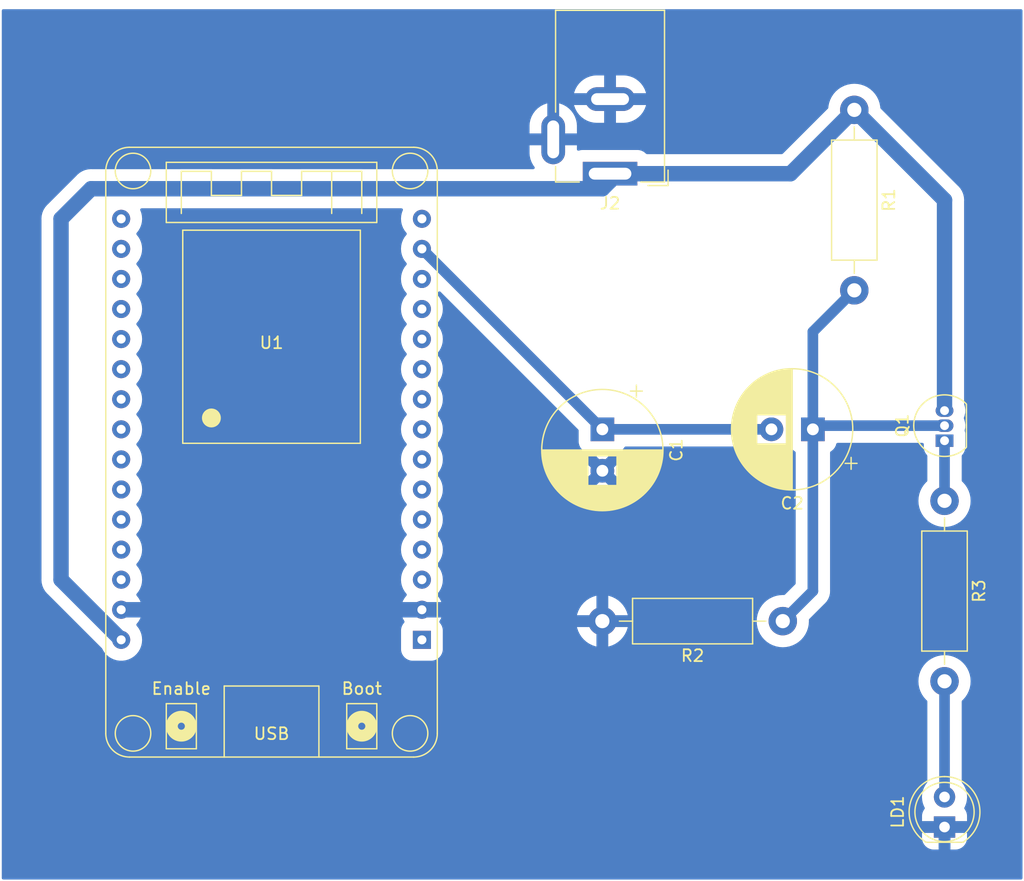
<source format=kicad_pcb>
(kicad_pcb (version 20221018) (generator pcbnew)
  (layers (0 "F.Cu" signal) (31 "B.Cu" signal) (34 "B.Paste" user) (35 "F.Paste" user) (36 "B.SilkS" user "B.Silkscreen") (37 "F.SilkS" user "F.Silkscreen") (38 "B.Mask" user) (39 "F.Mask" user) (44 "Edge.Cuts" user))
  (net 0 "")
  (net 1 "Net-(U1-D22)")
  (net 2 "Net-(Q1-B)")
  (net 3 "+5V")
  (net 4 "Net-(LD1-A)")
  (net 5 "Net-(Q1-E)")
  (net 32 "GND")
  (footprint "LED_THT:LED_D5.0mm" (layer "F.Cu") (at 176.22 112.33 90)
    (fp_text reference "LD1" (at 1.27 -3.96 90) (layer "F.SilkS"))
    (fp_text value "650 nm")
    (fp_line (start -1.29 -1.545) (end -1.29 1.545) (stroke (width 0.12)) (layer "F.SilkS"))
    (fp_arc (start -1.29 -1.54483) (mid 2.072002 -2.880433) (end 4.26 0.000462) (stroke (width 0.12)) (layer "F.SilkS"))
    (fp_arc (start 4.26 -0.000462) (mid 2.072002 2.880433) (end -1.29 1.54483) (stroke (width 0.12)) (layer "F.SilkS"))
    (fp_circle (center 1.27 0) (end 3.77 0) (stroke (width 0.12)) (fill none) (layer "F.SilkS"))
    (pad "1" thru_hole rect (at 0 0 90) (size 1.8 1.8) (drill 0.9) (layers "*.Cu" "*.Mask") (net 32 "GND"))
    (pad "2" thru_hole circle (at 2.54 0 90) (size 1.8 1.8) (drill 0.9) (layers "*.Cu" "*.Mask") (net 4 "Net-(LD1-A)"))
  )
  (footprint "Resistor_THT:R_Axial_DIN0411_L9.9mm_D3.6mm_P15.24mm_Horizontal" (layer "F.Cu") (at 168.6 51.76 -90)
    (fp_text reference "R1" (at 7.62 -2.92 90) (layer "F.SilkS"))
    (fp_text value "390")
    (fp_line (start 1.44 0) (end 2.55 0) (stroke (width 0.12)) (layer "F.SilkS"))
    (fp_line (start 2.55 -1.92) (end 2.55 1.92) (stroke (width 0.12)) (layer "F.SilkS"))
    (fp_line (start 2.55 1.92) (end 12.69 1.92) (stroke (width 0.12)) (layer "F.SilkS"))
    (fp_line (start 12.69 -1.92) (end 2.55 -1.92) (stroke (width 0.12)) (layer "F.SilkS"))
    (fp_line (start 12.69 1.92) (end 12.69 -1.92) (stroke (width 0.12)) (layer "F.SilkS"))
    (fp_line (start 13.8 0) (end 12.69 0) (stroke (width 0.12)) (layer "F.SilkS"))
    (pad "1" thru_hole circle (at 0 0 270) (size 2.4 2.4) (drill 1.2) (layers "*.Cu" "*.Mask") (net 3 "+5V"))
    (pad "2" thru_hole oval (at 15.24 0 270) (size 2.4 2.4) (drill 1.2) (layers "*.Cu" "*.Mask") (net 2 "Net-(Q1-B)"))
  )
  (footprint "Resistor_THT:R_Axial_DIN0411_L9.9mm_D3.6mm_P15.24mm_Horizontal" (layer "F.Cu") (at 176.22 84.78 -90)
    (fp_text reference "R3" (at 7.62 -2.92 90) (layer "F.SilkS"))
    (fp_text value "10")
    (fp_line (start 1.44 0) (end 2.55 0) (stroke (width 0.12)) (layer "F.SilkS"))
    (fp_line (start 2.55 -1.92) (end 2.55 1.92) (stroke (width 0.12)) (layer "F.SilkS"))
    (fp_line (start 2.55 1.92) (end 12.69 1.92) (stroke (width 0.12)) (layer "F.SilkS"))
    (fp_line (start 12.69 -1.92) (end 2.55 -1.92) (stroke (width 0.12)) (layer "F.SilkS"))
    (fp_line (start 12.69 1.92) (end 12.69 -1.92) (stroke (width 0.12)) (layer "F.SilkS"))
    (fp_line (start 13.8 0) (end 12.69 0) (stroke (width 0.12)) (layer "F.SilkS"))
    (pad "1" thru_hole circle (at 0 0 270) (size 2.4 2.4) (drill 1.2) (layers "*.Cu" "*.Mask") (net 5 "Net-(Q1-E)"))
    (pad "2" thru_hole oval (at 15.24 0 270) (size 2.4 2.4) (drill 1.2) (layers "*.Cu" "*.Mask") (net 4 "Net-(LD1-A)"))
  )
  (footprint "Package_TO_SOT_THT:TO-92_Inline" (layer "F.Cu") (at 176.22 79.7 90)
    (fp_text reference "Q1" (at 1.27 -3.56 90) (layer "F.SilkS"))
    (fp_text value "2N3904")
    (fp_line (start -0.53 1.85) (end 3.07 1.85) (stroke (width 0.12)) (layer "F.SilkS"))
    (fp_arc (start -0.568478 1.838478) (mid -1.132087 -0.994977) (end 1.27 -2.6) (stroke (width 0.12)) (layer "F.SilkS"))
    (fp_arc (start 1.27 -2.6) (mid 3.672087 -0.994977) (end 3.108478 1.838478) (stroke (width 0.12)) (layer "F.SilkS"))
    (pad "1" thru_hole rect (at 0 0 90) (size 1.05 1.5) (drill 0.75) (layers "*.Cu" "*.Mask") (net 5 "Net-(Q1-E)"))
    (pad "2" thru_hole oval (at 1.27 0 90) (size 1.05 1.5) (drill 0.75) (layers "*.Cu" "*.Mask") (net 2 "Net-(Q1-B)"))
    (pad "3" thru_hole oval (at 2.54 0 90) (size 1.05 1.5) (drill 0.75) (layers "*.Cu" "*.Mask") (net 3 "+5V"))
  )
  (footprint "Capacitor_THT:CP_Radial_D10.0mm_P3.50mm" (layer "F.Cu") (at 147.32 78.74 -90)
    (fp_text reference "C1" (at 1.75 -6.25 90) (layer "F.SilkS"))
    (fp_text value "470 uF")
    (fp_line (start -3.729646 -2.875) (end -2.729646 -2.875) (stroke (width 0.12)) (layer "F.SilkS"))
    (fp_line (start -3.229646 -3.375) (end -3.229646 -2.375) (stroke (width 0.12)) (layer "F.SilkS"))
    (fp_line (start 1.75 -5.08) (end 1.75 5.08) (stroke (width 0.12)) (layer "F.SilkS"))
    (fp_line (start 1.79 -5.08) (end 1.79 5.08) (stroke (width 0.12)) (layer "F.SilkS"))
    (fp_line (start 1.83 -5.08) (end 1.83 5.08) (stroke (width 0.12)) (layer "F.SilkS"))
    (fp_line (start 1.87 -5.079) (end 1.87 5.079) (stroke (width 0.12)) (layer "F.SilkS"))
    (fp_line (start 1.91 -5.078) (end 1.91 5.078) (stroke (width 0.12)) (layer "F.SilkS"))
    (fp_line (start 1.95 -5.077) (end 1.95 5.077) (stroke (width 0.12)) (layer "F.SilkS"))
    (fp_line (start 1.99 -5.075) (end 1.99 5.075) (stroke (width 0.12)) (layer "F.SilkS"))
    (fp_line (start 2.03 -5.073) (end 2.03 5.073) (stroke (width 0.12)) (layer "F.SilkS"))
    (fp_line (start 2.07 -5.07) (end 2.07 5.07) (stroke (width 0.12)) (layer "F.SilkS"))
    (fp_line (start 2.11 -5.068) (end 2.11 5.068) (stroke (width 0.12)) (layer "F.SilkS"))
    (fp_line (start 2.15 -5.065) (end 2.15 5.065) (stroke (width 0.12)) (layer "F.SilkS"))
    (fp_line (start 2.19 -5.062) (end 2.19 5.062) (stroke (width 0.12)) (layer "F.SilkS"))
    (fp_line (start 2.23 -5.058) (end 2.23 5.058) (stroke (width 0.12)) (layer "F.SilkS"))
    (fp_line (start 2.27 -5.054) (end 2.27 -1.241) (stroke (width 0.12)) (layer "F.SilkS"))
    (fp_line (start 2.27 1.241) (end 2.27 5.054) (stroke (width 0.12)) (layer "F.SilkS"))
    (fp_line (start 2.31 -5.05) (end 2.31 -1.241) (stroke (width 0.12)) (layer "F.SilkS"))
    (fp_line (start 2.31 1.241) (end 2.31 5.05) (stroke (width 0.12)) (layer "F.SilkS"))
    (fp_line (start 2.35 -5.045) (end 2.35 -1.241) (stroke (width 0.12)) (layer "F.SilkS"))
    (fp_line (start 2.35 1.241) (end 2.35 5.045) (stroke (width 0.12)) (layer "F.SilkS"))
    (fp_line (start 2.39 -5.04) (end 2.39 -1.241) (stroke (width 0.12)) (layer "F.SilkS"))
    (fp_line (start 2.39 1.241) (end 2.39 5.04) (stroke (width 0.12)) (layer "F.SilkS"))
    (fp_line (start 2.43 -5.035) (end 2.43 -1.241) (stroke (width 0.12)) (layer "F.SilkS"))
    (fp_line (start 2.43 1.241) (end 2.43 5.035) (stroke (width 0.12)) (layer "F.SilkS"))
    (fp_line (start 2.471 -5.03) (end 2.471 -1.241) (stroke (width 0.12)) (layer "F.SilkS"))
    (fp_line (start 2.471 1.241) (end 2.471 5.03) (stroke (width 0.12)) (layer "F.SilkS"))
    (fp_line (start 2.511 -5.024) (end 2.511 -1.241) (stroke (width 0.12)) (layer "F.SilkS"))
    (fp_line (start 2.511 1.241) (end 2.511 5.024) (stroke (width 0.12)) (layer "F.SilkS"))
    (fp_line (start 2.551 -5.018) (end 2.551 -1.241) (stroke (width 0.12)) (layer "F.SilkS"))
    (fp_line (start 2.551 1.241) (end 2.551 5.018) (stroke (width 0.12)) (layer "F.SilkS"))
    (fp_line (start 2.591 -5.011) (end 2.591 -1.241) (stroke (width 0.12)) (layer "F.SilkS"))
    (fp_line (start 2.591 1.241) (end 2.591 5.011) (stroke (width 0.12)) (layer "F.SilkS"))
    (fp_line (start 2.631 -5.004) (end 2.631 -1.241) (stroke (width 0.12)) (layer "F.SilkS"))
    (fp_line (start 2.631 1.241) (end 2.631 5.004) (stroke (width 0.12)) (layer "F.SilkS"))
    (fp_line (start 2.671 -4.997) (end 2.671 -1.241) (stroke (width 0.12)) (layer "F.SilkS"))
    (fp_line (start 2.671 1.241) (end 2.671 4.997) (stroke (width 0.12)) (layer "F.SilkS"))
    (fp_line (start 2.711 -4.99) (end 2.711 -1.241) (stroke (width 0.12)) (layer "F.SilkS"))
    (fp_line (start 2.711 1.241) (end 2.711 4.99) (stroke (width 0.12)) (layer "F.SilkS"))
    (fp_line (start 2.751 -4.982) (end 2.751 -1.241) (stroke (width 0.12)) (layer "F.SilkS"))
    (fp_line (start 2.751 1.241) (end 2.751 4.982) (stroke (width 0.12)) (layer "F.SilkS"))
    (fp_line (start 2.791 -4.974) (end 2.791 -1.241) (stroke (width 0.12)) (layer "F.SilkS"))
    (fp_line (start 2.791 1.241) (end 2.791 4.974) (stroke (width 0.12)) (layer "F.SilkS"))
    (fp_line (start 2.831 -4.965) (end 2.831 -1.241) (stroke (width 0.12)) (layer "F.SilkS"))
    (fp_line (start 2.831 1.241) (end 2.831 4.965) (stroke (width 0.12)) (layer "F.SilkS"))
    (fp_line (start 2.871 -4.956) (end 2.871 -1.241) (stroke (width 0.12)) (layer "F.SilkS"))
    (fp_line (start 2.871 1.241) (end 2.871 4.956) (stroke (width 0.12)) (layer "F.SilkS"))
    (fp_line (start 2.911 -4.947) (end 2.911 -1.241) (stroke (width 0.12)) (layer "F.SilkS"))
    (fp_line (start 2.911 1.241) (end 2.911 4.947) (stroke (width 0.12)) (layer "F.SilkS"))
    (fp_line (start 2.951 -4.938) (end 2.951 -1.241) (stroke (width 0.12)) (layer "F.SilkS"))
    (fp_line (start 2.951 1.241) (end 2.951 4.938) (stroke (width 0.12)) (layer "F.SilkS"))
    (fp_line (start 2.991 -4.928) (end 2.991 -1.241) (stroke (width 0.12)) (layer "F.SilkS"))
    (fp_line (start 2.991 1.241) (end 2.991 4.928) (stroke (width 0.12)) (layer "F.SilkS"))
    (fp_line (start 3.031 -4.918) (end 3.031 -1.241) (stroke (width 0.12)) (layer "F.SilkS"))
    (fp_line (start 3.031 1.241) (end 3.031 4.918) (stroke (width 0.12)) (layer "F.SilkS"))
    (fp_line (start 3.071 -4.907) (end 3.071 -1.241) (stroke (width 0.12)) (layer "F.SilkS"))
    (fp_line (start 3.071 1.241) (end 3.071 4.907) (stroke (width 0.12)) (layer "F.SilkS"))
    (fp_line (start 3.111 -4.897) (end 3.111 -1.241) (stroke (width 0.12)) (layer "F.SilkS"))
    (fp_line (start 3.111 1.241) (end 3.111 4.897) (stroke (width 0.12)) (layer "F.SilkS"))
    (fp_line (start 3.151 -4.885) (end 3.151 -1.241) (stroke (width 0.12)) (layer "F.SilkS"))
    (fp_line (start 3.151 1.241) (end 3.151 4.885) (stroke (width 0.12)) (layer "F.SilkS"))
    (fp_line (start 3.191 -4.874) (end 3.191 -1.241) (stroke (width 0.12)) (layer "F.SilkS"))
    (fp_line (start 3.191 1.241) (end 3.191 4.874) (stroke (width 0.12)) (layer "F.SilkS"))
    (fp_line (start 3.231 -4.862) (end 3.231 -1.241) (stroke (width 0.12)) (layer "F.SilkS"))
    (fp_line (start 3.231 1.241) (end 3.231 4.862) (stroke (width 0.12)) (layer "F.SilkS"))
    (fp_line (start 3.271 -4.85) (end 3.271 -1.241) (stroke (width 0.12)) (layer "F.SilkS"))
    (fp_line (start 3.271 1.241) (end 3.271 4.85) (stroke (width 0.12)) (layer "F.SilkS"))
    (fp_line (start 3.311 -4.837) (end 3.311 -1.241) (stroke (width 0.12)) (layer "F.SilkS"))
    (fp_line (start 3.311 1.241) (end 3.311 4.837) (stroke (width 0.12)) (layer "F.SilkS"))
    (fp_line (start 3.351 -4.824) (end 3.351 -1.241) (stroke (width 0.12)) (layer "F.SilkS"))
    (fp_line (start 3.351 1.241) (end 3.351 4.824) (stroke (width 0.12)) (layer "F.SilkS"))
    (fp_line (start 3.391 -4.811) (end 3.391 -1.241) (stroke (width 0.12)) (layer "F.SilkS"))
    (fp_line (start 3.391 1.241) (end 3.391 4.811) (stroke (width 0.12)) (layer "F.SilkS"))
    (fp_line (start 3.431 -4.797) (end 3.431 -1.241) (stroke (width 0.12)) (layer "F.SilkS"))
    (fp_line (start 3.431 1.241) (end 3.431 4.797) (stroke (width 0.12)) (layer "F.SilkS"))
    (fp_line (start 3.471 -4.783) (end 3.471 -1.241) (stroke (width 0.12)) (layer "F.SilkS"))
    (fp_line (start 3.471 1.241) (end 3.471 4.783) (stroke (width 0.12)) (layer "F.SilkS"))
    (fp_line (start 3.511 -4.768) (end 3.511 -1.241) (stroke (width 0.12)) (layer "F.SilkS"))
    (fp_line (start 3.511 1.241) (end 3.511 4.768) (stroke (width 0.12)) (layer "F.SilkS"))
    (fp_line (start 3.551 -4.754) (end 3.551 -1.241) (stroke (width 0.12)) (layer "F.SilkS"))
    (fp_line (start 3.551 1.241) (end 3.551 4.754) (stroke (width 0.12)) (layer "F.SilkS"))
    (fp_line (start 3.591 -4.738) (end 3.591 -1.241) (stroke (width 0.12)) (layer "F.SilkS"))
    (fp_line (start 3.591 1.241) (end 3.591 4.738) (stroke (width 0.12)) (layer "F.SilkS"))
    (fp_line (start 3.631 -4.723) (end 3.631 -1.241) (stroke (width 0.12)) (layer "F.SilkS"))
    (fp_line (start 3.631 1.241) (end 3.631 4.723) (stroke (width 0.12)) (layer "F.SilkS"))
    (fp_line (start 3.671 -4.707) (end 3.671 -1.241) (stroke (width 0.12)) (layer "F.SilkS"))
    (fp_line (start 3.671 1.241) (end 3.671 4.707) (stroke (width 0.12)) (layer "F.SilkS"))
    (fp_line (start 3.711 -4.69) (end 3.711 -1.241) (stroke (width 0.12)) (layer "F.SilkS"))
    (fp_line (start 3.711 1.241) (end 3.711 4.69) (stroke (width 0.12)) (layer "F.SilkS"))
    (fp_line (start 3.751 -4.674) (end 3.751 -1.241) (stroke (width 0.12)) (layer "F.SilkS"))
    (fp_line (start 3.751 1.241) (end 3.751 4.674) (stroke (width 0.12)) (layer "F.SilkS"))
    (fp_line (start 3.791 -4.657) (end 3.791 -1.241) (stroke (width 0.12)) (layer "F.SilkS"))
    (fp_line (start 3.791 1.241) (end 3.791 4.657) (stroke (width 0.12)) (layer "F.SilkS"))
    (fp_line (start 3.831 -4.639) (end 3.831 -1.241) (stroke (width 0.12)) (layer "F.SilkS"))
    (fp_line (start 3.831 1.241) (end 3.831 4.639) (stroke (width 0.12)) (layer "F.SilkS"))
    (fp_line (start 3.871 -4.621) (end 3.871 -1.241) (stroke (width 0.12)) (layer "F.SilkS"))
    (fp_line (start 3.871 1.241) (end 3.871 4.621) (stroke (width 0.12)) (layer "F.SilkS"))
    (fp_line (start 3.911 -4.603) (end 3.911 -1.241) (stroke (width 0.12)) (layer "F.SilkS"))
    (fp_line (start 3.911 1.241) (end 3.911 4.603) (stroke (width 0.12)) (layer "F.SilkS"))
    (fp_line (start 3.951 -4.584) (end 3.951 -1.241) (stroke (width 0.12)) (layer "F.SilkS"))
    (fp_line (start 3.951 1.241) (end 3.951 4.584) (stroke (width 0.12)) (layer "F.SilkS"))
    (fp_line (start 3.991 -4.564) (end 3.991 -1.241) (stroke (width 0.12)) (layer "F.SilkS"))
    (fp_line (start 3.991 1.241) (end 3.991 4.564) (stroke (width 0.12)) (layer "F.SilkS"))
    (fp_line (start 4.031 -4.545) (end 4.031 -1.241) (stroke (width 0.12)) (layer "F.SilkS"))
    (fp_line (start 4.031 1.241) (end 4.031 4.545) (stroke (width 0.12)) (layer "F.SilkS"))
    (fp_line (start 4.071 -4.525) (end 4.071 -1.241) (stroke (width 0.12)) (layer "F.SilkS"))
    (fp_line (start 4.071 1.241) (end 4.071 4.525) (stroke (width 0.12)) (layer "F.SilkS"))
    (fp_line (start 4.111 -4.504) (end 4.111 -1.241) (stroke (width 0.12)) (layer "F.SilkS"))
    (fp_line (start 4.111 1.241) (end 4.111 4.504) (stroke (width 0.12)) (layer "F.SilkS"))
    (fp_line (start 4.151 -4.483) (end 4.151 -1.241) (stroke (width 0.12)) (layer "F.SilkS"))
    (fp_line (start 4.151 1.241) (end 4.151 4.483) (stroke (width 0.12)) (layer "F.SilkS"))
    (fp_line (start 4.191 -4.462) (end 4.191 -1.241) (stroke (width 0.12)) (layer "F.SilkS"))
    (fp_line (start 4.191 1.241) (end 4.191 4.462) (stroke (width 0.12)) (layer "F.SilkS"))
    (fp_line (start 4.231 -4.44) (end 4.231 -1.241) (stroke (width 0.12)) (layer "F.SilkS"))
    (fp_line (start 4.231 1.241) (end 4.231 4.44) (stroke (width 0.12)) (layer "F.SilkS"))
    (fp_line (start 4.271 -4.417) (end 4.271 -1.241) (stroke (width 0.12)) (layer "F.SilkS"))
    (fp_line (start 4.271 1.241) (end 4.271 4.417) (stroke (width 0.12)) (layer "F.SilkS"))
    (fp_line (start 4.311 -4.395) (end 4.311 -1.241) (stroke (width 0.12)) (layer "F.SilkS"))
    (fp_line (start 4.311 1.241) (end 4.311 4.395) (stroke (width 0.12)) (layer "F.SilkS"))
    (fp_line (start 4.351 -4.371) (end 4.351 -1.241) (stroke (width 0.12)) (layer "F.SilkS"))
    (fp_line (start 4.351 1.241) (end 4.351 4.371) (stroke (width 0.12)) (layer "F.SilkS"))
    (fp_line (start 4.391 -4.347) (end 4.391 -1.241) (stroke (width 0.12)) (layer "F.SilkS"))
    (fp_line (start 4.391 1.241) (end 4.391 4.347) (stroke (width 0.12)) (layer "F.SilkS"))
    (fp_line (start 4.431 -4.323) (end 4.431 -1.241) (stroke (width 0.12)) (layer "F.SilkS"))
    (fp_line (start 4.431 1.241) (end 4.431 4.323) (stroke (width 0.12)) (layer "F.SilkS"))
    (fp_line (start 4.471 -4.298) (end 4.471 -1.241) (stroke (width 0.12)) (layer "F.SilkS"))
    (fp_line (start 4.471 1.241) (end 4.471 4.298) (stroke (width 0.12)) (layer "F.SilkS"))
    (fp_line (start 4.511 -4.273) (end 4.511 -1.241) (stroke (width 0.12)) (layer "F.SilkS"))
    (fp_line (start 4.511 1.241) (end 4.511 4.273) (stroke (width 0.12)) (layer "F.SilkS"))
    (fp_line (start 4.551 -4.247) (end 4.551 -1.241) (stroke (width 0.12)) (layer "F.SilkS"))
    (fp_line (start 4.551 1.241) (end 4.551 4.247) (stroke (width 0.12)) (layer "F.SilkS"))
    (fp_line (start 4.591 -4.221) (end 4.591 -1.241) (stroke (width 0.12)) (layer "F.SilkS"))
    (fp_line (start 4.591 1.241) (end 4.591 4.221) (stroke (width 0.12)) (layer "F.SilkS"))
    (fp_line (start 4.631 -4.194) (end 4.631 -1.241) (stroke (width 0.12)) (layer "F.SilkS"))
    (fp_line (start 4.631 1.241) (end 4.631 4.194) (stroke (width 0.12)) (layer "F.SilkS"))
    (fp_line (start 4.671 -4.166) (end 4.671 -1.241) (stroke (width 0.12)) (layer "F.SilkS"))
    (fp_line (start 4.671 1.241) (end 4.671 4.166) (stroke (width 0.12)) (layer "F.SilkS"))
    (fp_line (start 4.711 -4.138) (end 4.711 -1.241) (stroke (width 0.12)) (layer "F.SilkS"))
    (fp_line (start 4.711 1.241) (end 4.711 4.138) (stroke (width 0.12)) (layer "F.SilkS"))
    (fp_line (start 4.751 -4.11) (end 4.751 4.11) (stroke (width 0.12)) (layer "F.SilkS"))
    (fp_line (start 4.791 -4.08) (end 4.791 4.08) (stroke (width 0.12)) (layer "F.SilkS"))
    (fp_line (start 4.831 -4.05) (end 4.831 4.05) (stroke (width 0.12)) (layer "F.SilkS"))
    (fp_line (start 4.871 -4.02) (end 4.871 4.02) (stroke (width 0.12)) (layer "F.SilkS"))
    (fp_line (start 4.911 -3.989) (end 4.911 3.989) (stroke (width 0.12)) (layer "F.SilkS"))
    (fp_line (start 4.951 -3.957) (end 4.951 3.957) (stroke (width 0.12)) (layer "F.SilkS"))
    (fp_line (start 4.991 -3.925) (end 4.991 3.925) (stroke (width 0.12)) (layer "F.SilkS"))
    (fp_line (start 5.031 -3.892) (end 5.031 3.892) (stroke (width 0.12)) (layer "F.SilkS"))
    (fp_line (start 5.071 -3.858) (end 5.071 3.858) (stroke (width 0.12)) (layer "F.SilkS"))
    (fp_line (start 5.111 -3.824) (end 5.111 3.824) (stroke (width 0.12)) (layer "F.SilkS"))
    (fp_line (start 5.151 -3.789) (end 5.151 3.789) (stroke (width 0.12)) (layer "F.SilkS"))
    (fp_line (start 5.191 -3.753) (end 5.191 3.753) (stroke (width 0.12)) (layer "F.SilkS"))
    (fp_line (start 5.231 -3.716) (end 5.231 3.716) (stroke (width 0.12)) (layer "F.SilkS"))
    (fp_line (start 5.271 -3.679) (end 5.271 3.679) (stroke (width 0.12)) (layer "F.SilkS"))
    (fp_line (start 5.311 -3.64) (end 5.311 3.64) (stroke (width 0.12)) (layer "F.SilkS"))
    (fp_line (start 5.351 -3.601) (end 5.351 3.601) (stroke (width 0.12)) (layer "F.SilkS"))
    (fp_line (start 5.391 -3.561) (end 5.391 3.561) (stroke (width 0.12)) (layer "F.SilkS"))
    (fp_line (start 5.431 -3.52) (end 5.431 3.52) (stroke (width 0.12)) (layer "F.SilkS"))
    (fp_line (start 5.471 -3.478) (end 5.471 3.478) (stroke (width 0.12)) (layer "F.SilkS"))
    (fp_line (start 5.511 -3.436) (end 5.511 3.436) (stroke (width 0.12)) (layer "F.SilkS"))
    (fp_line (start 5.551 -3.392) (end 5.551 3.392) (stroke (width 0.12)) (layer "F.SilkS"))
    (fp_line (start 5.591 -3.347) (end 5.591 3.347) (stroke (width 0.12)) (layer "F.SilkS"))
    (fp_line (start 5.631 -3.301) (end 5.631 3.301) (stroke (width 0.12)) (layer "F.SilkS"))
    (fp_line (start 5.671 -3.254) (end 5.671 3.254) (stroke (width 0.12)) (layer "F.SilkS"))
    (fp_line (start 5.711 -3.206) (end 5.711 3.206) (stroke (width 0.12)) (layer "F.SilkS"))
    (fp_line (start 5.751 -3.156) (end 5.751 3.156) (stroke (width 0.12)) (layer "F.SilkS"))
    (fp_line (start 5.791 -3.106) (end 5.791 3.106) (stroke (width 0.12)) (layer "F.SilkS"))
    (fp_line (start 5.831 -3.054) (end 5.831 3.054) (stroke (width 0.12)) (layer "F.SilkS"))
    (fp_line (start 5.871 -3) (end 5.871 3) (stroke (width 0.12)) (layer "F.SilkS"))
    (fp_line (start 5.911 -2.945) (end 5.911 2.945) (stroke (width 0.12)) (layer "F.SilkS"))
    (fp_line (start 5.951 -2.889) (end 5.951 2.889) (stroke (width 0.12)) (layer "F.SilkS"))
    (fp_line (start 5.991 -2.83) (end 5.991 2.83) (stroke (width 0.12)) (layer "F.SilkS"))
    (fp_line (start 6.031 -2.77) (end 6.031 2.77) (stroke (width 0.12)) (layer "F.SilkS"))
    (fp_line (start 6.071 -2.709) (end 6.071 2.709) (stroke (width 0.12)) (layer "F.SilkS"))
    (fp_line (start 6.111 -2.645) (end 6.111 2.645) (stroke (width 0.12)) (layer "F.SilkS"))
    (fp_line (start 6.151 -2.579) (end 6.151 2.579) (stroke (width 0.12)) (layer "F.SilkS"))
    (fp_line (start 6.191 -2.51) (end 6.191 2.51) (stroke (width 0.12)) (layer "F.SilkS"))
    (fp_line (start 6.231 -2.439) (end 6.231 2.439) (stroke (width 0.12)) (layer "F.SilkS"))
    (fp_line (start 6.271 -2.365) (end 6.271 2.365) (stroke (width 0.12)) (layer "F.SilkS"))
    (fp_line (start 6.311 -2.289) (end 6.311 2.289) (stroke (width 0.12)) (layer "F.SilkS"))
    (fp_line (start 6.351 -2.209) (end 6.351 2.209) (stroke (width 0.12)) (layer "F.SilkS"))
    (fp_line (start 6.391 -2.125) (end 6.391 2.125) (stroke (width 0.12)) (layer "F.SilkS"))
    (fp_line (start 6.431 -2.037) (end 6.431 2.037) (stroke (width 0.12)) (layer "F.SilkS"))
    (fp_line (start 6.471 -1.944) (end 6.471 1.944) (stroke (width 0.12)) (layer "F.SilkS"))
    (fp_line (start 6.511 -1.846) (end 6.511 1.846) (stroke (width 0.12)) (layer "F.SilkS"))
    (fp_line (start 6.551 -1.742) (end 6.551 1.742) (stroke (width 0.12)) (layer "F.SilkS"))
    (fp_line (start 6.591 -1.63) (end 6.591 1.63) (stroke (width 0.12)) (layer "F.SilkS"))
    (fp_line (start 6.631 -1.51) (end 6.631 1.51) (stroke (width 0.12)) (layer "F.SilkS"))
    (fp_line (start 6.671 -1.378) (end 6.671 1.378) (stroke (width 0.12)) (layer "F.SilkS"))
    (fp_line (start 6.711 -1.23) (end 6.711 1.23) (stroke (width 0.12)) (layer "F.SilkS"))
    (fp_line (start 6.751 -1.062) (end 6.751 1.062) (stroke (width 0.12)) (layer "F.SilkS"))
    (fp_line (start 6.791 -0.862) (end 6.791 0.862) (stroke (width 0.12)) (layer "F.SilkS"))
    (fp_line (start 6.831 -0.599) (end 6.831 0.599) (stroke (width 0.12)) (layer "F.SilkS"))
    (fp_circle (center 1.75 0) (end 6.87 0) (stroke (width 0.12)) (fill none) (layer "F.SilkS"))
    (pad "1" thru_hole rect (at 0 0 270) (size 2 2) (drill 1) (layers "*.Cu" "*.Mask") (net 1 "Net-(U1-D22)"))
    (pad "2" thru_hole circle (at 3.5 0 270) (size 2 2) (drill 1) (layers "*.Cu" "*.Mask") (net 32 "GND"))
  )
  (footprint "Capacitor_THT:CP_Radial_D10.0mm_P3.50mm" (layer "F.Cu") (at 165.1 78.74 180)
    (fp_text reference "C2" (at 1.75 -6.25) (layer "F.SilkS"))
    (fp_text value "22 uF")
    (fp_line (start -3.729646 -2.875) (end -2.729646 -2.875) (stroke (width 0.12)) (layer "F.SilkS"))
    (fp_line (start -3.229646 -3.375) (end -3.229646 -2.375) (stroke (width 0.12)) (layer "F.SilkS"))
    (fp_line (start 1.75 -5.08) (end 1.75 5.08) (stroke (width 0.12)) (layer "F.SilkS"))
    (fp_line (start 1.79 -5.08) (end 1.79 5.08) (stroke (width 0.12)) (layer "F.SilkS"))
    (fp_line (start 1.83 -5.08) (end 1.83 5.08) (stroke (width 0.12)) (layer "F.SilkS"))
    (fp_line (start 1.87 -5.079) (end 1.87 5.079) (stroke (width 0.12)) (layer "F.SilkS"))
    (fp_line (start 1.91 -5.078) (end 1.91 5.078) (stroke (width 0.12)) (layer "F.SilkS"))
    (fp_line (start 1.95 -5.077) (end 1.95 5.077) (stroke (width 0.12)) (layer "F.SilkS"))
    (fp_line (start 1.99 -5.075) (end 1.99 5.075) (stroke (width 0.12)) (layer "F.SilkS"))
    (fp_line (start 2.03 -5.073) (end 2.03 5.073) (stroke (width 0.12)) (layer "F.SilkS"))
    (fp_line (start 2.07 -5.07) (end 2.07 5.07) (stroke (width 0.12)) (layer "F.SilkS"))
    (fp_line (start 2.11 -5.068) (end 2.11 5.068) (stroke (width 0.12)) (layer "F.SilkS"))
    (fp_line (start 2.15 -5.065) (end 2.15 5.065) (stroke (width 0.12)) (layer "F.SilkS"))
    (fp_line (start 2.19 -5.062) (end 2.19 5.062) (stroke (width 0.12)) (layer "F.SilkS"))
    (fp_line (start 2.23 -5.058) (end 2.23 5.058) (stroke (width 0.12)) (layer "F.SilkS"))
    (fp_line (start 2.27 -5.054) (end 2.27 -1.241) (stroke (width 0.12)) (layer "F.SilkS"))
    (fp_line (start 2.27 1.241) (end 2.27 5.054) (stroke (width 0.12)) (layer "F.SilkS"))
    (fp_line (start 2.31 -5.05) (end 2.31 -1.241) (stroke (width 0.12)) (layer "F.SilkS"))
    (fp_line (start 2.31 1.241) (end 2.31 5.05) (stroke (width 0.12)) (layer "F.SilkS"))
    (fp_line (start 2.35 -5.045) (end 2.35 -1.241) (stroke (width 0.12)) (layer "F.SilkS"))
    (fp_line (start 2.35 1.241) (end 2.35 5.045) (stroke (width 0.12)) (layer "F.SilkS"))
    (fp_line (start 2.39 -5.04) (end 2.39 -1.241) (stroke (width 0.12)) (layer "F.SilkS"))
    (fp_line (start 2.39 1.241) (end 2.39 5.04) (stroke (width 0.12)) (layer "F.SilkS"))
    (fp_line (start 2.43 -5.035) (end 2.43 -1.241) (stroke (width 0.12)) (layer "F.SilkS"))
    (fp_line (start 2.43 1.241) (end 2.43 5.035) (stroke (width 0.12)) (layer "F.SilkS"))
    (fp_line (start 2.471 -5.03) (end 2.471 -1.241) (stroke (width 0.12)) (layer "F.SilkS"))
    (fp_line (start 2.471 1.241) (end 2.471 5.03) (stroke (width 0.12)) (layer "F.SilkS"))
    (fp_line (start 2.511 -5.024) (end 2.511 -1.241) (stroke (width 0.12)) (layer "F.SilkS"))
    (fp_line (start 2.511 1.241) (end 2.511 5.024) (stroke (width 0.12)) (layer "F.SilkS"))
    (fp_line (start 2.551 -5.018) (end 2.551 -1.241) (stroke (width 0.12)) (layer "F.SilkS"))
    (fp_line (start 2.551 1.241) (end 2.551 5.018) (stroke (width 0.12)) (layer "F.SilkS"))
    (fp_line (start 2.591 -5.011) (end 2.591 -1.241) (stroke (width 0.12)) (layer "F.SilkS"))
    (fp_line (start 2.591 1.241) (end 2.591 5.011) (stroke (width 0.12)) (layer "F.SilkS"))
    (fp_line (start 2.631 -5.004) (end 2.631 -1.241) (stroke (width 0.12)) (layer "F.SilkS"))
    (fp_line (start 2.631 1.241) (end 2.631 5.004) (stroke (width 0.12)) (layer "F.SilkS"))
    (fp_line (start 2.671 -4.997) (end 2.671 -1.241) (stroke (width 0.12)) (layer "F.SilkS"))
    (fp_line (start 2.671 1.241) (end 2.671 4.997) (stroke (width 0.12)) (layer "F.SilkS"))
    (fp_line (start 2.711 -4.99) (end 2.711 -1.241) (stroke (width 0.12)) (layer "F.SilkS"))
    (fp_line (start 2.711 1.241) (end 2.711 4.99) (stroke (width 0.12)) (layer "F.SilkS"))
    (fp_line (start 2.751 -4.982) (end 2.751 -1.241) (stroke (width 0.12)) (layer "F.SilkS"))
    (fp_line (start 2.751 1.241) (end 2.751 4.982) (stroke (width 0.12)) (layer "F.SilkS"))
    (fp_line (start 2.791 -4.974) (end 2.791 -1.241) (stroke (width 0.12)) (layer "F.SilkS"))
    (fp_line (start 2.791 1.241) (end 2.791 4.974) (stroke (width 0.12)) (layer "F.SilkS"))
    (fp_line (start 2.831 -4.965) (end 2.831 -1.241) (stroke (width 0.12)) (layer "F.SilkS"))
    (fp_line (start 2.831 1.241) (end 2.831 4.965) (stroke (width 0.12)) (layer "F.SilkS"))
    (fp_line (start 2.871 -4.956) (end 2.871 -1.241) (stroke (width 0.12)) (layer "F.SilkS"))
    (fp_line (start 2.871 1.241) (end 2.871 4.956) (stroke (width 0.12)) (layer "F.SilkS"))
    (fp_line (start 2.911 -4.947) (end 2.911 -1.241) (stroke (width 0.12)) (layer "F.SilkS"))
    (fp_line (start 2.911 1.241) (end 2.911 4.947) (stroke (width 0.12)) (layer "F.SilkS"))
    (fp_line (start 2.951 -4.938) (end 2.951 -1.241) (stroke (width 0.12)) (layer "F.SilkS"))
    (fp_line (start 2.951 1.241) (end 2.951 4.938) (stroke (width 0.12)) (layer "F.SilkS"))
    (fp_line (start 2.991 -4.928) (end 2.991 -1.241) (stroke (width 0.12)) (layer "F.SilkS"))
    (fp_line (start 2.991 1.241) (end 2.991 4.928) (stroke (width 0.12)) (layer "F.SilkS"))
    (fp_line (start 3.031 -4.918) (end 3.031 -1.241) (stroke (width 0.12)) (layer "F.SilkS"))
    (fp_line (start 3.031 1.241) (end 3.031 4.918) (stroke (width 0.12)) (layer "F.SilkS"))
    (fp_line (start 3.071 -4.907) (end 3.071 -1.241) (stroke (width 0.12)) (layer "F.SilkS"))
    (fp_line (start 3.071 1.241) (end 3.071 4.907) (stroke (width 0.12)) (layer "F.SilkS"))
    (fp_line (start 3.111 -4.897) (end 3.111 -1.241) (stroke (width 0.12)) (layer "F.SilkS"))
    (fp_line (start 3.111 1.241) (end 3.111 4.897) (stroke (width 0.12)) (layer "F.SilkS"))
    (fp_line (start 3.151 -4.885) (end 3.151 -1.241) (stroke (width 0.12)) (layer "F.SilkS"))
    (fp_line (start 3.151 1.241) (end 3.151 4.885) (stroke (width 0.12)) (layer "F.SilkS"))
    (fp_line (start 3.191 -4.874) (end 3.191 -1.241) (stroke (width 0.12)) (layer "F.SilkS"))
    (fp_line (start 3.191 1.241) (end 3.191 4.874) (stroke (width 0.12)) (layer "F.SilkS"))
    (fp_line (start 3.231 -4.862) (end 3.231 -1.241) (stroke (width 0.12)) (layer "F.SilkS"))
    (fp_line (start 3.231 1.241) (end 3.231 4.862) (stroke (width 0.12)) (layer "F.SilkS"))
    (fp_line (start 3.271 -4.85) (end 3.271 -1.241) (stroke (width 0.12)) (layer "F.SilkS"))
    (fp_line (start 3.271 1.241) (end 3.271 4.85) (stroke (width 0.12)) (layer "F.SilkS"))
    (fp_line (start 3.311 -4.837) (end 3.311 -1.241) (stroke (width 0.12)) (layer "F.SilkS"))
    (fp_line (start 3.311 1.241) (end 3.311 4.837) (stroke (width 0.12)) (layer "F.SilkS"))
    (fp_line (start 3.351 -4.824) (end 3.351 -1.241) (stroke (width 0.12)) (layer "F.SilkS"))
    (fp_line (start 3.351 1.241) (end 3.351 4.824) (stroke (width 0.12)) (layer "F.SilkS"))
    (fp_line (start 3.391 -4.811) (end 3.391 -1.241) (stroke (width 0.12)) (layer "F.SilkS"))
    (fp_line (start 3.391 1.241) (end 3.391 4.811) (stroke (width 0.12)) (layer "F.SilkS"))
    (fp_line (start 3.431 -4.797) (end 3.431 -1.241) (stroke (width 0.12)) (layer "F.SilkS"))
    (fp_line (start 3.431 1.241) (end 3.431 4.797) (stroke (width 0.12)) (layer "F.SilkS"))
    (fp_line (start 3.471 -4.783) (end 3.471 -1.241) (stroke (width 0.12)) (layer "F.SilkS"))
    (fp_line (start 3.471 1.241) (end 3.471 4.783) (stroke (width 0.12)) (layer "F.SilkS"))
    (fp_line (start 3.511 -4.768) (end 3.511 -1.241) (stroke (width 0.12)) (layer "F.SilkS"))
    (fp_line (start 3.511 1.241) (end 3.511 4.768) (stroke (width 0.12)) (layer "F.SilkS"))
    (fp_line (start 3.551 -4.754) (end 3.551 -1.241) (stroke (width 0.12)) (layer "F.SilkS"))
    (fp_line (start 3.551 1.241) (end 3.551 4.754) (stroke (width 0.12)) (layer "F.SilkS"))
    (fp_line (start 3.591 -4.738) (end 3.591 -1.241) (stroke (width 0.12)) (layer "F.SilkS"))
    (fp_line (start 3.591 1.241) (end 3.591 4.738) (stroke (width 0.12)) (layer "F.SilkS"))
    (fp_line (start 3.631 -4.723) (end 3.631 -1.241) (stroke (width 0.12)) (layer "F.SilkS"))
    (fp_line (start 3.631 1.241) (end 3.631 4.723) (stroke (width 0.12)) (layer "F.SilkS"))
    (fp_line (start 3.671 -4.707) (end 3.671 -1.241) (stroke (width 0.12)) (layer "F.SilkS"))
    (fp_line (start 3.671 1.241) (end 3.671 4.707) (stroke (width 0.12)) (layer "F.SilkS"))
    (fp_line (start 3.711 -4.69) (end 3.711 -1.241) (stroke (width 0.12)) (layer "F.SilkS"))
    (fp_line (start 3.711 1.241) (end 3.711 4.69) (stroke (width 0.12)) (layer "F.SilkS"))
    (fp_line (start 3.751 -4.674) (end 3.751 -1.241) (stroke (width 0.12)) (layer "F.SilkS"))
    (fp_line (start 3.751 1.241) (end 3.751 4.674) (stroke (width 0.12)) (layer "F.SilkS"))
    (fp_line (start 3.791 -4.657) (end 3.791 -1.241) (stroke (width 0.12)) (layer "F.SilkS"))
    (fp_line (start 3.791 1.241) (end 3.791 4.657) (stroke (width 0.12)) (layer "F.SilkS"))
    (fp_line (start 3.831 -4.639) (end 3.831 -1.241) (stroke (width 0.12)) (layer "F.SilkS"))
    (fp_line (start 3.831 1.241) (end 3.831 4.639) (stroke (width 0.12)) (layer "F.SilkS"))
    (fp_line (start 3.871 -4.621) (end 3.871 -1.241) (stroke (width 0.12)) (layer "F.SilkS"))
    (fp_line (start 3.871 1.241) (end 3.871 4.621) (stroke (width 0.12)) (layer "F.SilkS"))
    (fp_line (start 3.911 -4.603) (end 3.911 -1.241) (stroke (width 0.12)) (layer "F.SilkS"))
    (fp_line (start 3.911 1.241) (end 3.911 4.603) (stroke (width 0.12)) (layer "F.SilkS"))
    (fp_line (start 3.951 -4.584) (end 3.951 -1.241) (stroke (width 0.12)) (layer "F.SilkS"))
    (fp_line (start 3.951 1.241) (end 3.951 4.584) (stroke (width 0.12)) (layer "F.SilkS"))
    (fp_line (start 3.991 -4.564) (end 3.991 -1.241) (stroke (width 0.12)) (layer "F.SilkS"))
    (fp_line (start 3.991 1.241) (end 3.991 4.564) (stroke (width 0.12)) (layer "F.SilkS"))
    (fp_line (start 4.031 -4.545) (end 4.031 -1.241) (stroke (width 0.12)) (layer "F.SilkS"))
    (fp_line (start 4.031 1.241) (end 4.031 4.545) (stroke (width 0.12)) (layer "F.SilkS"))
    (fp_line (start 4.071 -4.525) (end 4.071 -1.241) (stroke (width 0.12)) (layer "F.SilkS"))
    (fp_line (start 4.071 1.241) (end 4.071 4.525) (stroke (width 0.12)) (layer "F.SilkS"))
    (fp_line (start 4.111 -4.504) (end 4.111 -1.241) (stroke (width 0.12)) (layer "F.SilkS"))
    (fp_line (start 4.111 1.241) (end 4.111 4.504) (stroke (width 0.12)) (layer "F.SilkS"))
    (fp_line (start 4.151 -4.483) (end 4.151 -1.241) (stroke (width 0.12)) (layer "F.SilkS"))
    (fp_line (start 4.151 1.241) (end 4.151 4.483) (stroke (width 0.12)) (layer "F.SilkS"))
    (fp_line (start 4.191 -4.462) (end 4.191 -1.241) (stroke (width 0.12)) (layer "F.SilkS"))
    (fp_line (start 4.191 1.241) (end 4.191 4.462) (stroke (width 0.12)) (layer "F.SilkS"))
    (fp_line (start 4.231 -4.44) (end 4.231 -1.241) (stroke (width 0.12)) (layer "F.SilkS"))
    (fp_line (start 4.231 1.241) (end 4.231 4.44) (stroke (width 0.12)) (layer "F.SilkS"))
    (fp_line (start 4.271 -4.417) (end 4.271 -1.241) (stroke (width 0.12)) (layer "F.SilkS"))
    (fp_line (start 4.271 1.241) (end 4.271 4.417) (stroke (width 0.12)) (layer "F.SilkS"))
    (fp_line (start 4.311 -4.395) (end 4.311 -1.241) (stroke (width 0.12)) (layer "F.SilkS"))
    (fp_line (start 4.311 1.241) (end 4.311 4.395) (stroke (width 0.12)) (layer "F.SilkS"))
    (fp_line (start 4.351 -4.371) (end 4.351 -1.241) (stroke (width 0.12)) (layer "F.SilkS"))
    (fp_line (start 4.351 1.241) (end 4.351 4.371) (stroke (width 0.12)) (layer "F.SilkS"))
    (fp_line (start 4.391 -4.347) (end 4.391 -1.241) (stroke (width 0.12)) (layer "F.SilkS"))
    (fp_line (start 4.391 1.241) (end 4.391 4.347) (stroke (width 0.12)) (layer "F.SilkS"))
    (fp_line (start 4.431 -4.323) (end 4.431 -1.241) (stroke (width 0.12)) (layer "F.SilkS"))
    (fp_line (start 4.431 1.241) (end 4.431 4.323) (stroke (width 0.12)) (layer "F.SilkS"))
    (fp_line (start 4.471 -4.298) (end 4.471 -1.241) (stroke (width 0.12)) (layer "F.SilkS"))
    (fp_line (start 4.471 1.241) (end 4.471 4.298) (stroke (width 0.12)) (layer "F.SilkS"))
    (fp_line (start 4.511 -4.273) (end 4.511 -1.241) (stroke (width 0.12)) (layer "F.SilkS"))
    (fp_line (start 4.511 1.241) (end 4.511 4.273) (stroke (width 0.12)) (layer "F.SilkS"))
    (fp_line (start 4.551 -4.247) (end 4.551 -1.241) (stroke (width 0.12)) (layer "F.SilkS"))
    (fp_line (start 4.551 1.241) (end 4.551 4.247) (stroke (width 0.12)) (layer "F.SilkS"))
    (fp_line (start 4.591 -4.221) (end 4.591 -1.241) (stroke (width 0.12)) (layer "F.SilkS"))
    (fp_line (start 4.591 1.241) (end 4.591 4.221) (stroke (width 0.12)) (layer "F.SilkS"))
    (fp_line (start 4.631 -4.194) (end 4.631 -1.241) (stroke (width 0.12)) (layer "F.SilkS"))
    (fp_line (start 4.631 1.241) (end 4.631 4.194) (stroke (width 0.12)) (layer "F.SilkS"))
    (fp_line (start 4.671 -4.166) (end 4.671 -1.241) (stroke (width 0.12)) (layer "F.SilkS"))
    (fp_line (start 4.671 1.241) (end 4.671 4.166) (stroke (width 0.12)) (layer "F.SilkS"))
    (fp_line (start 4.711 -4.138) (end 4.711 -1.241) (stroke (width 0.12)) (layer "F.SilkS"))
    (fp_line (start 4.711 1.241) (end 4.711 4.138) (stroke (width 0.12)) (layer "F.SilkS"))
    (fp_line (start 4.751 -4.11) (end 4.751 4.11) (stroke (width 0.12)) (layer "F.SilkS"))
    (fp_line (start 4.791 -4.08) (end 4.791 4.08) (stroke (width 0.12)) (layer "F.SilkS"))
    (fp_line (start 4.831 -4.05) (end 4.831 4.05) (stroke (width 0.12)) (layer "F.SilkS"))
    (fp_line (start 4.871 -4.02) (end 4.871 4.02) (stroke (width 0.12)) (layer "F.SilkS"))
    (fp_line (start 4.911 -3.989) (end 4.911 3.989) (stroke (width 0.12)) (layer "F.SilkS"))
    (fp_line (start 4.951 -3.957) (end 4.951 3.957) (stroke (width 0.12)) (layer "F.SilkS"))
    (fp_line (start 4.991 -3.925) (end 4.991 3.925) (stroke (width 0.12)) (layer "F.SilkS"))
    (fp_line (start 5.031 -3.892) (end 5.031 3.892) (stroke (width 0.12)) (layer "F.SilkS"))
    (fp_line (start 5.071 -3.858) (end 5.071 3.858) (stroke (width 0.12)) (layer "F.SilkS"))
    (fp_line (start 5.111 -3.824) (end 5.111 3.824) (stroke (width 0.12)) (layer "F.SilkS"))
    (fp_line (start 5.151 -3.789) (end 5.151 3.789) (stroke (width 0.12)) (layer "F.SilkS"))
    (fp_line (start 5.191 -3.753) (end 5.191 3.753) (stroke (width 0.12)) (layer "F.SilkS"))
    (fp_line (start 5.231 -3.716) (end 5.231 3.716) (stroke (width 0.12)) (layer "F.SilkS"))
    (fp_line (start 5.271 -3.679) (end 5.271 3.679) (stroke (width 0.12)) (layer "F.SilkS"))
    (fp_line (start 5.311 -3.64) (end 5.311 3.64) (stroke (width 0.12)) (layer "F.SilkS"))
    (fp_line (start 5.351 -3.601) (end 5.351 3.601) (stroke (width 0.12)) (layer "F.SilkS"))
    (fp_line (start 5.391 -3.561) (end 5.391 3.561) (stroke (width 0.12)) (layer "F.SilkS"))
    (fp_line (start 5.431 -3.52) (end 5.431 3.52) (stroke (width 0.12)) (layer "F.SilkS"))
    (fp_line (start 5.471 -3.478) (end 5.471 3.478) (stroke (width 0.12)) (layer "F.SilkS"))
    (fp_line (start 5.511 -3.436) (end 5.511 3.436) (stroke (width 0.12)) (layer "F.SilkS"))
    (fp_line (start 5.551 -3.392) (end 5.551 3.392) (stroke (width 0.12)) (layer "F.SilkS"))
    (fp_line (start 5.591 -3.347) (end 5.591 3.347) (stroke (width 0.12)) (layer "F.SilkS"))
    (fp_line (start 5.631 -3.301) (end 5.631 3.301) (stroke (width 0.12)) (layer "F.SilkS"))
    (fp_line (start 5.671 -3.254) (end 5.671 3.254) (stroke (width 0.12)) (layer "F.SilkS"))
    (fp_line (start 5.711 -3.206) (end 5.711 3.206) (stroke (width 0.12)) (layer "F.SilkS"))
    (fp_line (start 5.751 -3.156) (end 5.751 3.156) (stroke (width 0.12)) (layer "F.SilkS"))
    (fp_line (start 5.791 -3.106) (end 5.791 3.106) (stroke (width 0.12)) (layer "F.SilkS"))
    (fp_line (start 5.831 -3.054) (end 5.831 3.054) (stroke (width 0.12)) (layer "F.SilkS"))
    (fp_line (start 5.871 -3) (end 5.871 3) (stroke (width 0.12)) (layer "F.SilkS"))
    (fp_line (start 5.911 -2.945) (end 5.911 2.945) (stroke (width 0.12)) (layer "F.SilkS"))
    (fp_line (start 5.951 -2.889) (end 5.951 2.889) (stroke (width 0.12)) (layer "F.SilkS"))
    (fp_line (start 5.991 -2.83) (end 5.991 2.83) (stroke (width 0.12)) (layer "F.SilkS"))
    (fp_line (start 6.031 -2.77) (end 6.031 2.77) (stroke (width 0.12)) (layer "F.SilkS"))
    (fp_line (start 6.071 -2.709) (end 6.071 2.709) (stroke (width 0.12)) (layer "F.SilkS"))
    (fp_line (start 6.111 -2.645) (end 6.111 2.645) (stroke (width 0.12)) (layer "F.SilkS"))
    (fp_line (start 6.151 -2.579) (end 6.151 2.579) (stroke (width 0.12)) (layer "F.SilkS"))
    (fp_line (start 6.191 -2.51) (end 6.191 2.51) (stroke (width 0.12)) (layer "F.SilkS"))
    (fp_line (start 6.231 -2.439) (end 6.231 2.439) (stroke (width 0.12)) (layer "F.SilkS"))
    (fp_line (start 6.271 -2.365) (end 6.271 2.365) (stroke (width 0.12)) (layer "F.SilkS"))
    (fp_line (start 6.311 -2.289) (end 6.311 2.289) (stroke (width 0.12)) (layer "F.SilkS"))
    (fp_line (start 6.351 -2.209) (end 6.351 2.209) (stroke (width 0.12)) (layer "F.SilkS"))
    (fp_line (start 6.391 -2.125) (end 6.391 2.125) (stroke (width 0.12)) (layer "F.SilkS"))
    (fp_line (start 6.431 -2.037) (end 6.431 2.037) (stroke (width 0.12)) (layer "F.SilkS"))
    (fp_line (start 6.471 -1.944) (end 6.471 1.944) (stroke (width 0.12)) (layer "F.SilkS"))
    (fp_line (start 6.511 -1.846) (end 6.511 1.846) (stroke (width 0.12)) (layer "F.SilkS"))
    (fp_line (start 6.551 -1.742) (end 6.551 1.742) (stroke (width 0.12)) (layer "F.SilkS"))
    (fp_line (start 6.591 -1.63) (end 6.591 1.63) (stroke (width 0.12)) (layer "F.SilkS"))
    (fp_line (start 6.631 -1.51) (end 6.631 1.51) (stroke (width 0.12)) (layer "F.SilkS"))
    (fp_line (start 6.671 -1.378) (end 6.671 1.378) (stroke (width 0.12)) (layer "F.SilkS"))
    (fp_line (start 6.711 -1.23) (end 6.711 1.23) (stroke (width 0.12)) (layer "F.SilkS"))
    (fp_line (start 6.751 -1.062) (end 6.751 1.062) (stroke (width 0.12)) (layer "F.SilkS"))
    (fp_line (start 6.791 -0.862) (end 6.791 0.862) (stroke (width 0.12)) (layer "F.SilkS"))
    (fp_line (start 6.831 -0.599) (end 6.831 0.599) (stroke (width 0.12)) (layer "F.SilkS"))
    (fp_circle (center 1.75 0) (end 6.87 0) (stroke (width 0.12)) (fill none) (layer "F.SilkS"))
    (pad "1" thru_hole rect (at 0 0 180) (size 2 2) (drill 1) (layers "*.Cu" "*.Mask") (net 2 "Net-(Q1-B)"))
    (pad "2" thru_hole circle (at 3.5 0 180) (size 2 2) (drill 1) (layers "*.Cu" "*.Mask") (net 1 "Net-(U1-D22)"))
  )
  (footprint "Connector_BarrelJack:BarrelJack_GCT_DCJ200-10-A_Horizontal" (layer "F.Cu") (at 147.97 57.15 180)
    (fp_text reference "J2" (at 0 -2.5) (layer "F.SilkS"))
    (fp_text value "Barrel_Jack_Switch_Pin3Ring")
    (fp_line (start -4.9 -1) (end -4.9 0.3) (stroke (width 0.12)) (layer "F.SilkS"))
    (fp_line (start -4.6 -0.7) (end -2.6 -0.7) (stroke (width 0.12)) (layer "F.SilkS"))
    (fp_line (start -4.6 13.8) (end -4.6 -0.7) (stroke (width 0.12)) (layer "F.SilkS"))
    (fp_line (start -3.2 -1) (end -4.9 -1) (stroke (width 0.12)) (layer "F.SilkS"))
    (fp_line (start 2.6 -0.7) (end 4.6 -0.7) (stroke (width 0.12)) (layer "F.SilkS"))
    (fp_line (start 4.6 -0.7) (end 4.6 0.6) (stroke (width 0.12)) (layer "F.SilkS"))
    (fp_line (start 4.6 5.2) (end 4.6 13.8) (stroke (width 0.12)) (layer "F.SilkS"))
    (fp_line (start 4.6 13.8) (end -4.6 13.8) (stroke (width 0.12)) (layer "F.SilkS"))
    (pad "1" thru_hole rect (at 0 0 180) (size 4.6 2) (drill oval 3.6 1) (layers "*.Cu" "*.Mask") (net 3 "+5V"))
    (pad "2" thru_hole oval (at 0 6.3 180) (size 4.2 2) (drill oval 3.2 1) (layers "*.Cu" "*.Mask") (net 32 "GND"))
    (pad "3" thru_hole oval (at 4.8 2.9 180) (size 2 4.2) (drill oval 1 3.2) (layers "*.Cu" "*.Mask") (net 32 "GND"))
  )
  (footprint "Resistor_THT:R_Axial_DIN0411_L9.9mm_D3.6mm_P15.24mm_Horizontal" (layer "F.Cu") (at 162.56 94.94 180)
    (fp_text reference "R2" (at 7.62 -2.92) (layer "F.SilkS"))
    (fp_text value "1.2K")
    (fp_line (start 1.44 0) (end 2.55 0) (stroke (width 0.12)) (layer "F.SilkS"))
    (fp_line (start 2.55 -1.92) (end 2.55 1.92) (stroke (width 0.12)) (layer "F.SilkS"))
    (fp_line (start 2.55 1.92) (end 12.69 1.92) (stroke (width 0.12)) (layer "F.SilkS"))
    (fp_line (start 12.69 -1.92) (end 2.55 -1.92) (stroke (width 0.12)) (layer "F.SilkS"))
    (fp_line (start 12.69 1.92) (end 12.69 -1.92) (stroke (width 0.12)) (layer "F.SilkS"))
    (fp_line (start 13.8 0) (end 12.69 0) (stroke (width 0.12)) (layer "F.SilkS"))
    (pad "1" thru_hole circle (at 0 0 180) (size 2.4 2.4) (drill 1.2) (layers "*.Cu" "*.Mask") (net 2 "Net-(Q1-B)"))
    (pad "2" thru_hole oval (at 15.24 0 180) (size 2.4 2.4) (drill 1.2) (layers "*.Cu" "*.Mask") (net 32 "GND"))
  )
  (footprint "footprints:esp32_devkit_v1_doit" (layer "F.Cu") (at 119.38 60.96)
    (fp_text reference "U1" (at 0 10.47) (layer "F.SilkS"))
    (fp_text value "ESP32-DEVKIT-V1")
    (fp_text user "Enable" (at -7.62 39.68) (layer "F.SilkS"))
    (fp_text user "Boot" (at 7.62 39.68) (layer "F.SilkS"))
    (fp_text user "USB" (at 0 43.49) (layer "F.SilkS"))
    (fp_line (start -14 -4.04) (end -14 43.46) (stroke (width 0.12)) (layer "F.SilkS"))
    (fp_line (start -12 -6.04) (end 12 -6.04) (stroke (width 0.12)) (layer "F.SilkS"))
    (fp_line (start -12 45.46) (end 12 45.46) (stroke (width 0.12)) (layer "F.SilkS"))
    (fp_line (start -8.89 -4.77) (end 8.89 -4.77) (stroke (width 0.12)) (layer "F.SilkS"))
    (fp_line (start -8.89 0.31) (end -8.89 -4.77) (stroke (width 0.12)) (layer "F.SilkS"))
    (fp_line (start -8.89 40.95) (end -6.35 40.95) (stroke (width 0.12)) (layer "F.SilkS"))
    (fp_line (start -8.89 44.76) (end -8.89 40.95) (stroke (width 0.12)) (layer "F.SilkS"))
    (fp_line (start -7.62 -4.008) (end -5.08 -4.008) (stroke (width 0.12)) (layer "F.SilkS"))
    (fp_line (start -7.62 -0.452) (end -7.62 -4.008) (stroke (width 0.12)) (layer "F.SilkS"))
    (fp_line (start -7.5 0.96) (end 7.5 0.96) (stroke (width 0.12)) (layer "F.SilkS"))
    (fp_line (start -7.5 18.96) (end -7.5 0.96) (stroke (width 0.12)) (layer "F.SilkS"))
    (fp_line (start -6.35 40.95) (end -6.35 44.76) (stroke (width 0.12)) (layer "F.SilkS"))
    (fp_line (start -6.35 44.76) (end -8.89 44.76) (stroke (width 0.12)) (layer "F.SilkS"))
    (fp_line (start -5.08 -4.008) (end -5.08 -1.976) (stroke (width 0.12)) (layer "F.SilkS"))
    (fp_line (start -5.08 -1.976) (end -2.54 -1.976) (stroke (width 0.12)) (layer "F.SilkS"))
    (fp_line (start -4 39.46) (end -4 45.46) (stroke (width 0.12)) (layer "F.SilkS"))
    (fp_line (start -4 39.46) (end 4 39.46) (stroke (width 0.12)) (layer "F.SilkS"))
    (fp_line (start -2.54 -4.008) (end 0 -4.008) (stroke (width 0.12)) (layer "F.SilkS"))
    (fp_line (start -2.54 -1.976) (end -2.54 -4.008) (stroke (width 0.12)) (layer "F.SilkS"))
    (fp_line (start 0 -4.008) (end 0 -1.976) (stroke (width 0.12)) (layer "F.SilkS"))
    (fp_line (start 0 -1.976) (end 2.54 -1.976) (stroke (width 0.12)) (layer "F.SilkS"))
    (fp_line (start 2.54 -4.008) (end 7.62 -4.008) (stroke (width 0.12)) (layer "F.SilkS"))
    (fp_line (start 2.54 -1.976) (end 2.54 -4.008) (stroke (width 0.12)) (layer "F.SilkS"))
    (fp_line (start 4 39.46) (end 4 45.46) (stroke (width 0.12)) (layer "F.SilkS"))
    (fp_line (start 5.08 -4.008) (end 5.08 -0.452) (stroke (width 0.12)) (layer "F.SilkS"))
    (fp_line (start 6.35 40.95) (end 8.89 40.95) (stroke (width 0.12)) (layer "F.SilkS"))
    (fp_line (start 6.35 44.76) (end 6.35 40.95) (stroke (width 0.12)) (layer "F.SilkS"))
    (fp_line (start 7.5 0.96) (end 7.5 18.96) (stroke (width 0.12)) (layer "F.SilkS"))
    (fp_line (start 7.5 18.96) (end -7.5 18.96) (stroke (width 0.12)) (layer "F.SilkS"))
    (fp_line (start 7.62 -4.008) (end 7.62 -0.452) (stroke (width 0.12)) (layer "F.SilkS"))
    (fp_line (start 8.89 -4.77) (end 8.89 0.31) (stroke (width 0.12)) (layer "F.SilkS"))
    (fp_line (start 8.89 0.31) (end -8.89 0.31) (stroke (width 0.12)) (layer "F.SilkS"))
    (fp_line (start 8.89 40.95) (end 8.89 44.76) (stroke (width 0.12)) (layer "F.SilkS"))
    (fp_line (start 8.89 44.76) (end 6.35 44.76) (stroke (width 0.12)) (layer "F.SilkS"))
    (fp_line (start 14 43.46) (end 14 -4.04) (stroke (width 0.12)) (layer "F.SilkS"))
    (fp_arc (start -14 -4.04) (mid -13.414214 -5.454214) (end -12 -6.04) (stroke (width 0.12)) (layer "F.SilkS"))
    (fp_arc (start -12 45.46) (mid -13.414214 44.874214) (end -14 43.46) (stroke (width 0.12)) (layer "F.SilkS"))
    (fp_arc (start 12 -6.04) (mid 13.414214 -5.454214) (end 14 -4.04) (stroke (width 0.12)) (layer "F.SilkS"))
    (fp_arc (start 14 43.46) (mid 13.414214 44.874214) (end 12 45.46) (stroke (width 0.12)) (layer "F.SilkS"))
    (fp_circle (center -11.7 -4.04) (end -10.2 -4.04) (stroke (width 0.12)) (fill none) (layer "F.SilkS"))
    (fp_circle (center -11.7 43.46) (end -10.2 43.46) (stroke (width 0.12)) (fill none) (layer "F.SilkS"))
    (fp_circle (center -7.62 42.855) (end -7.32 42.855) (stroke (width 1)) (fill none) (layer "F.SilkS"))
    (fp_circle (center -5.08 16.82) (end -4.68 16.82) (stroke (width 0.8)) (fill none) (layer "F.SilkS"))
    (fp_circle (center 7.62 42.855) (end 7.92 42.855) (stroke (width 1)) (fill none) (layer "F.SilkS"))
    (fp_circle (center 11.7 -4.04) (end 13.2 -4.04) (stroke (width 0.12)) (fill none) (layer "F.SilkS"))
    (fp_circle (center 11.7 43.46) (end 13.2 43.46) (stroke (width 0.12)) (fill none) (layer "F.SilkS"))
    (pad "1" thru_hole rect (at 12.7 35.56) (size 1.524 1.524) (drill 0.762) (layers "*.Cu" "*.Mask"))
    (pad "2" thru_hole circle (at 12.7 33.02) (size 1.524 1.524) (drill 0.762) (layers "*.Cu" "*.Mask") (net 32 "GND"))
    (pad "3" thru_hole circle (at 12.7 30.48) (size 1.524 1.524) (drill 0.762) (layers "*.Cu" "*.Mask"))
    (pad "4" thru_hole circle (at 12.7 27.94) (size 1.524 1.524) (drill 0.762) (layers "*.Cu" "*.Mask"))
    (pad "5" thru_hole circle (at 12.7 25.4) (size 1.524 1.524) (drill 0.762) (layers "*.Cu" "*.Mask"))
    (pad "6" thru_hole circle (at 12.7 22.86) (size 1.524 1.524) (drill 0.762) (layers "*.Cu" "*.Mask"))
    (pad "7" thru_hole circle (at 12.7 20.32) (size 1.524 1.524) (drill 0.762) (layers "*.Cu" "*.Mask"))
    (pad "8" thru_hole circle (at 12.7 17.78) (size 1.524 1.524) (drill 0.762) (layers "*.Cu" "*.Mask"))
    (pad "9" thru_hole circle (at 12.7 15.24) (size 1.524 1.524) (drill 0.762) (layers "*.Cu" "*.Mask"))
    (pad "10" thru_hole circle (at 12.7 12.7) (size 1.524 1.524) (drill 0.762) (layers "*.Cu" "*.Mask"))
    (pad "11" thru_hole circle (at 12.7 10.16) (size 1.524 1.524) (drill 0.762) (layers "*.Cu" "*.Mask"))
    (pad "12" thru_hole circle (at 12.7 7.62) (size 1.524 1.524) (drill 0.762) (layers "*.Cu" "*.Mask"))
    (pad "13" thru_hole circle (at 12.7 5.08) (size 1.524 1.524) (drill 0.762) (layers "*.Cu" "*.Mask"))
    (pad "14" thru_hole circle (at 12.7 2.54) (size 1.524 1.524) (drill 0.762) (layers "*.Cu" "*.Mask") (net 1 "Net-(U1-D22)"))
    (pad "15" thru_hole circle (at 12.7 0) (size 1.524 1.524) (drill 0.762) (layers "*.Cu" "*.Mask"))
    (pad "16" thru_hole circle (at -12.7 0) (size 1.524 1.524) (drill 0.762) (layers "*.Cu" "*.Mask"))
    (pad "17" thru_hole circle (at -12.7 2.54) (size 1.524 1.524) (drill 0.762) (layers "*.Cu" "*.Mask"))
    (pad "18" thru_hole circle (at -12.7 5.08) (size 1.524 1.524) (drill 0.762) (layers "*.Cu" "*.Mask"))
    (pad "19" thru_hole circle (at -12.7 7.62) (size 1.524 1.524) (drill 0.762) (layers "*.Cu" "*.Mask"))
    (pad "20" thru_hole circle (at -12.7 10.16) (size 1.524 1.524) (drill 0.762) (layers "*.Cu" "*.Mask"))
    (pad "21" thru_hole circle (at -12.7 12.7) (size 1.524 1.524) (drill 0.762) (layers "*.Cu" "*.Mask"))
    (pad "22" thru_hole circle (at -12.7 15.24) (size 1.524 1.524) (drill 0.762) (layers "*.Cu" "*.Mask"))
    (pad "23" thru_hole circle (at -12.7 17.78) (size 1.524 1.524) (drill 0.762) (layers "*.Cu" "*.Mask"))
    (pad "24" thru_hole circle (at -12.7 20.32) (size 1.524 1.524) (drill 0.762) (layers "*.Cu" "*.Mask"))
    (pad "25" thru_hole circle (at -12.7 22.86) (size 1.524 1.524) (drill 0.762) (layers "*.Cu" "*.Mask"))
    (pad "26" thru_hole circle (at -12.7 25.4) (size 1.524 1.524) (drill 0.762) (layers "*.Cu" "*.Mask"))
    (pad "27" thru_hole circle (at -12.7 27.94) (size 1.524 1.524) (drill 0.762) (layers "*.Cu" "*.Mask"))
    (pad "28" thru_hole circle (at -12.7 30.48) (size 1.524 1.524) (drill 0.762) (layers "*.Cu" "*.Mask"))
    (pad "29" thru_hole circle (at -12.7 33.02) (size 1.524 1.524) (drill 0.762) (layers "*.Cu" "*.Mask") (net 32 "GND"))
    (pad "30" thru_hole circle (at -12.7 35.56) (size 1.524 1.524) (drill 0.762) (layers "*.Cu" "*.Mask") (net 3 "+5V"))
  )
  (segment (start 147.32 78.74) (end 161.6 78.74) (width 0.9) (layer "B.Cu") (net 1))
  (segment (start 132.08 63.5) (end 147.32 78.74) (width 0.9) (layer "B.Cu") (net 1))
  (segment (start 165.41 78.43) (end 176.22 78.43) (width 0.9) (layer "B.Cu") (net 2))
  (segment (start 165.1 78.74) (end 165.1 70.5) (width 0.9) (layer "B.Cu") (net 2))
  (segment (start 165.1 78.74) (end 165.1 92.4) (width 0.9) (layer "B.Cu") (net 2))
  (segment (start 175.91 78.74) (end 176.22 78.43) (width 0.25) (layer "B.Cu") (net 2))
  (segment (start 165.1 70.5) (end 168.6 67) (width 0.9) (layer "B.Cu") (net 2))
  (segment (start 165.1 92.4) (end 162.56 94.94) (width 0.9) (layer "B.Cu") (net 2))
  (segment (start 165.1 78.74) (end 165.41 78.43) (width 0.9) (layer "B.Cu") (net 2))
  (segment (start 101.6 60.96) (end 104.14 58.42) (width 1.3) (layer "B.Cu") (net 3))
  (segment (start 101.6 91.44) (end 101.6 60.96) (width 1.3) (layer "B.Cu") (net 3))
  (segment (start 163.21 57.15) (end 168.6 51.76) (width 1.3) (layer "B.Cu") (net 3))
  (segment (start 104.14 58.42) (end 147.32 58.42) (width 1.3) (layer "B.Cu") (net 3))
  (segment (start 176.22 59.38) (end 176.22 77.001) (width 1.3) (layer "B.Cu") (net 3))
  (segment (start 106.68 96.52) (end 101.6 91.44) (width 1.3) (layer "B.Cu") (net 3))
  (segment (start 147.97 57.15) (end 163.21 57.15) (width 1.3) (layer "B.Cu") (net 3))
  (segment (start 147.97 57.77) (end 147.97 57.15) (width 1.3) (layer "B.Cu") (net 3))
  (segment (start 168.6 51.76) (end 176.22 59.38) (width 1.3) (layer "B.Cu") (net 3))
  (segment (start 147.32 58.42) (end 147.97 57.77) (width 1.3) (layer "B.Cu") (net 3))
  (segment (start 176.22 100.02) (end 176.22 109.79) (width 0.9) (layer "B.Cu") (net 4))
  (segment (start 176.22 84.78) (end 176.22 79.7) (width 0.9) (layer "B.Cu") (net 5))
  (segment (start 109.52 93.98) (end 110 93.5) (width 1.3) (layer "B.Cu") (net 32))
  (segment (start 132.08 93.98) (end 129.48 93.98) (width 1.3) (layer "B.Cu") (net 32))
  (segment (start 106.68 93.98) (end 109.52 93.98) (width 1.3) (layer "B.Cu") (net 32))
  (segment (start 129.48 93.98) (end 129 93.5) (width 1.3) (layer "B.Cu") (net 32))
  (segment (start 134.52 93.98) (end 135 93.5) (width 1.3) (layer "B.Cu") (net 32))
  (segment (start 147.32 93.98) (end 148.28 94.94) (width 0.25) (layer "B.Cu") (net 32))
  (segment (start 132.08 93.98) (end 134.52 93.98) (width 1.3) (layer "B.Cu") (net 32))
  (zone (net 32) (net_name "GND") (layer "B.Cu") (connect_pads (clearance 1)) (min_thickness 0.25) (fill yes (thermal_gap 1) (thermal_bridge_width 1))
    (polygon (pts (xy 96.52 43.18) (xy 96.52 116.84) (xy 182.88 116.84) (xy 182.88 43.18)))
  )
)
</source>
